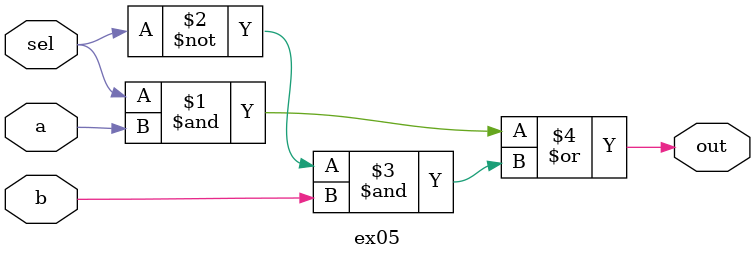
<source format=sv>
module ex05 (sel, a, b, out);

input sel, a, b;
output logic out;


assign out = (sel & a) | (~sel & b); 

endmodule

</source>
